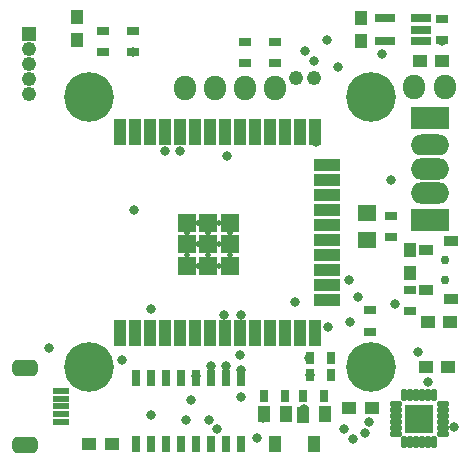
<source format=gts>
G04*
G04 #@! TF.GenerationSoftware,Altium Limited,Altium Designer,21.0.8 (223)*
G04*
G04 Layer_Color=8388736*
%FSLAX25Y25*%
%MOIN*%
G70*
G04*
G04 #@! TF.SameCoordinates,86129925-6DC0-4F64-9783-D3B182DB2879*
G04*
G04*
G04 #@! TF.FilePolarity,Negative*
G04*
G01*
G75*
%ADD20R,0.06300X0.05800*%
%ADD21R,0.04343X0.03162*%
%ADD22R,0.04340X0.04537*%
%ADD23C,0.04800*%
%ADD24R,0.06706X0.03162*%
%ADD25R,0.04537X0.04340*%
%ADD26R,0.06036X0.06036*%
%ADD27R,0.04343X0.08674*%
%ADD28R,0.08674X0.04343*%
%ADD29R,0.04800X0.03300*%
G04:AMPARAMS|DCode=30|XSize=39.5mil|YSize=21.78mil|CornerRadius=5.72mil|HoleSize=0mil|Usage=FLASHONLY|Rotation=90.000|XOffset=0mil|YOffset=0mil|HoleType=Round|Shape=RoundedRectangle|*
%AMROUNDEDRECTD30*
21,1,0.03950,0.01034,0,0,90.0*
21,1,0.02805,0.02178,0,0,90.0*
1,1,0.01145,0.00517,0.01403*
1,1,0.01145,0.00517,-0.01403*
1,1,0.01145,-0.00517,-0.01403*
1,1,0.01145,-0.00517,0.01403*
%
%ADD30ROUNDEDRECTD30*%
%ADD31R,0.09800X0.09800*%
G04:AMPARAMS|DCode=32|XSize=41.47mil|YSize=21.78mil|CornerRadius=5.72mil|HoleSize=0mil|Usage=FLASHONLY|Rotation=180.000|XOffset=0mil|YOffset=0mil|HoleType=Round|Shape=RoundedRectangle|*
%AMROUNDEDRECTD32*
21,1,0.04147,0.01034,0,0,180.0*
21,1,0.03002,0.02178,0,0,180.0*
1,1,0.01145,-0.01501,0.00517*
1,1,0.01145,0.01501,0.00517*
1,1,0.01145,0.01501,-0.00517*
1,1,0.01145,-0.01501,-0.00517*
%
%ADD32ROUNDEDRECTD32*%
%ADD33R,0.03162X0.04343*%
%ADD34R,0.04147X0.05524*%
%ADD35R,0.03162X0.05524*%
%ADD36R,0.05709X0.01968*%
%ADD37R,0.04800X0.04800*%
%ADD38O,0.07300X0.08300*%
%ADD39C,0.16548*%
%ADD40C,0.01981*%
%ADD41O,0.12800X0.07200*%
%ADD42O,0.12800X0.07000*%
%ADD43R,0.12800X0.07200*%
%ADD44C,0.03000*%
G04:AMPARAMS|DCode=45|XSize=86.74mil|YSize=55.24mil|CornerRadius=18.17mil|HoleSize=0mil|Usage=FLASHONLY|Rotation=0.000|XOffset=0mil|YOffset=0mil|HoleType=Round|Shape=RoundedRectangle|*
%AMROUNDEDRECTD45*
21,1,0.08674,0.01890,0,0,0.0*
21,1,0.05039,0.05524,0,0,0.0*
1,1,0.03635,0.02520,-0.00945*
1,1,0.03635,-0.02520,-0.00945*
1,1,0.03635,-0.02520,0.00945*
1,1,0.03635,0.02520,0.00945*
%
%ADD45ROUNDEDRECTD45*%
%ADD46C,0.03200*%
D20*
X179000Y127500D02*
D03*
Y118500D02*
D03*
D21*
X187000Y126500D02*
D03*
X187001Y119351D02*
D03*
X148500Y177500D02*
D03*
X148500Y184649D02*
D03*
X138400Y177500D02*
D03*
X138400Y184649D02*
D03*
X101000Y181000D02*
D03*
X101000Y188149D02*
D03*
X91000Y181000D02*
D03*
X91000Y188149D02*
D03*
X204200Y185000D02*
D03*
X204200Y192149D02*
D03*
X180000Y95000D02*
D03*
X180000Y87851D02*
D03*
X193500Y94751D02*
D03*
X193500Y101900D02*
D03*
D22*
X82500Y185300D02*
D03*
Y192700D02*
D03*
X177199Y184949D02*
D03*
Y192349D02*
D03*
X193500Y107600D02*
D03*
Y115000D02*
D03*
D23*
X161500Y172500D02*
D03*
X155500D02*
D03*
X66500Y182000D02*
D03*
Y177000D02*
D03*
Y172000D02*
D03*
Y167000D02*
D03*
D24*
X197105Y184909D02*
D03*
Y188649D02*
D03*
Y192389D02*
D03*
X185294D02*
D03*
Y184909D02*
D03*
D25*
X204200Y178000D02*
D03*
X196800D02*
D03*
X199500Y91000D02*
D03*
X206900D02*
D03*
X198800Y76000D02*
D03*
X206200D02*
D03*
X173300Y62500D02*
D03*
X180700D02*
D03*
X86600Y50476D02*
D03*
X94000D02*
D03*
D26*
X133543Y124287D02*
D03*
Y117063D02*
D03*
Y109839D02*
D03*
X126319Y124287D02*
D03*
Y117063D02*
D03*
Y109839D02*
D03*
X119095Y124287D02*
D03*
Y117063D02*
D03*
Y109839D02*
D03*
D27*
X96791Y154465D02*
D03*
X101791D02*
D03*
X106791D02*
D03*
X111791D02*
D03*
X116791D02*
D03*
X121791D02*
D03*
X126791D02*
D03*
X131791D02*
D03*
X136791D02*
D03*
X141791D02*
D03*
X146791D02*
D03*
X151791D02*
D03*
X156791D02*
D03*
X161791D02*
D03*
Y87535D02*
D03*
X156791D02*
D03*
X151791D02*
D03*
X146791D02*
D03*
X141791D02*
D03*
X136791D02*
D03*
X131791D02*
D03*
X126791D02*
D03*
X121791D02*
D03*
X116791D02*
D03*
X111791D02*
D03*
X106791D02*
D03*
X101791D02*
D03*
X96791D02*
D03*
D28*
X165728Y143500D02*
D03*
Y138500D02*
D03*
Y133500D02*
D03*
Y128500D02*
D03*
Y123500D02*
D03*
Y118500D02*
D03*
Y113500D02*
D03*
Y108500D02*
D03*
Y103500D02*
D03*
Y98500D02*
D03*
D29*
X207100Y118100D02*
D03*
Y98900D02*
D03*
X198700Y101900D02*
D03*
Y115000D02*
D03*
D30*
X191657Y51000D02*
D03*
X193626D02*
D03*
X195595D02*
D03*
X197563D02*
D03*
X199531D02*
D03*
X201500D02*
D03*
Y66748D02*
D03*
X199531D02*
D03*
X197563D02*
D03*
X195595D02*
D03*
X193626D02*
D03*
X191657D02*
D03*
D31*
X196579Y58874D02*
D03*
D32*
X204354Y53953D02*
D03*
Y55921D02*
D03*
Y57890D02*
D03*
Y59858D02*
D03*
Y61827D02*
D03*
Y63795D02*
D03*
X188803D02*
D03*
Y61827D02*
D03*
Y59858D02*
D03*
Y57890D02*
D03*
Y55921D02*
D03*
Y53953D02*
D03*
D33*
X167149Y79001D02*
D03*
X160000Y79000D02*
D03*
X167149Y73501D02*
D03*
X160000Y73500D02*
D03*
X157800Y66501D02*
D03*
X164949Y66501D02*
D03*
X144800Y66500D02*
D03*
X151949Y66501D02*
D03*
D34*
X165240Y60343D02*
D03*
X157800Y60321D02*
D03*
X161500Y50500D02*
D03*
X152240Y60421D02*
D03*
X144800Y60400D02*
D03*
X148500Y50579D02*
D03*
D35*
X137000Y72524D02*
D03*
X132000D02*
D03*
X127000D02*
D03*
X122000D02*
D03*
X117000D02*
D03*
X112000D02*
D03*
X107000D02*
D03*
X102000D02*
D03*
Y50476D02*
D03*
X107000D02*
D03*
X112000D02*
D03*
X117000D02*
D03*
X122000D02*
D03*
X127000D02*
D03*
X132000D02*
D03*
X137000D02*
D03*
D36*
X77082Y68118D02*
D03*
Y65559D02*
D03*
Y63000D02*
D03*
Y60441D02*
D03*
Y57882D02*
D03*
D37*
X66500Y187000D02*
D03*
D38*
X194900Y169500D02*
D03*
X205000D02*
D03*
X118500Y169000D02*
D03*
X128600D02*
D03*
X138400D02*
D03*
X148500D02*
D03*
D39*
X86500Y76000D02*
D03*
Y166000D02*
D03*
X180500Y76000D02*
D03*
Y166000D02*
D03*
D40*
X133543Y120675D02*
D03*
Y113451D02*
D03*
X129931Y124287D02*
D03*
Y117063D02*
D03*
Y109839D02*
D03*
X126319Y120675D02*
D03*
Y113451D02*
D03*
X122707Y124287D02*
D03*
Y117063D02*
D03*
Y109839D02*
D03*
X119095Y120675D02*
D03*
Y113451D02*
D03*
D41*
X200000Y142000D02*
D03*
Y134000D02*
D03*
D42*
Y150000D02*
D03*
D43*
Y125000D02*
D03*
Y159000D02*
D03*
D44*
X205000Y105100D02*
D03*
Y111900D02*
D03*
D45*
X65000Y75992D02*
D03*
Y50008D02*
D03*
D46*
X193500Y115000D02*
D03*
X207000Y91000D02*
D03*
X196000Y81000D02*
D03*
X169500Y176000D02*
D03*
X158500Y181500D02*
D03*
X161500Y178000D02*
D03*
X101000Y181000D02*
D03*
X132500Y146500D02*
D03*
X165942Y185000D02*
D03*
X162000Y151000D02*
D03*
X187000Y138500D02*
D03*
X177199Y192389D02*
D03*
X184000Y180500D02*
D03*
X204200Y184909D02*
D03*
X122000Y73154D02*
D03*
X155000Y97700D02*
D03*
X131500Y93500D02*
D03*
X137000D02*
D03*
X107000Y95500D02*
D03*
X120500Y65000D02*
D03*
X118950Y58500D02*
D03*
X107000Y60000D02*
D03*
X97500Y78500D02*
D03*
X94000Y50476D02*
D03*
X174500Y52000D02*
D03*
X171500Y55500D02*
D03*
X142500Y52500D02*
D03*
X136791Y80000D02*
D03*
X188500Y97000D02*
D03*
X101500Y128500D02*
D03*
X163000Y98500D02*
D03*
X137000Y75000D02*
D03*
X176000Y99500D02*
D03*
X199500Y91000D02*
D03*
X166000Y89500D02*
D03*
X173000Y105000D02*
D03*
X159996Y79000D02*
D03*
X137000Y66000D02*
D03*
X144500Y59300D02*
D03*
X126500Y58500D02*
D03*
X158000Y62000D02*
D03*
X129000Y55500D02*
D03*
X160000Y73500D02*
D03*
X179700Y57890D02*
D03*
X178500Y54000D02*
D03*
X73000Y82500D02*
D03*
X111791Y148243D02*
D03*
X116785D02*
D03*
X132000Y76500D02*
D03*
X127000D02*
D03*
X199531Y71000D02*
D03*
X173500Y91000D02*
D03*
X208000Y56000D02*
D03*
M02*

</source>
